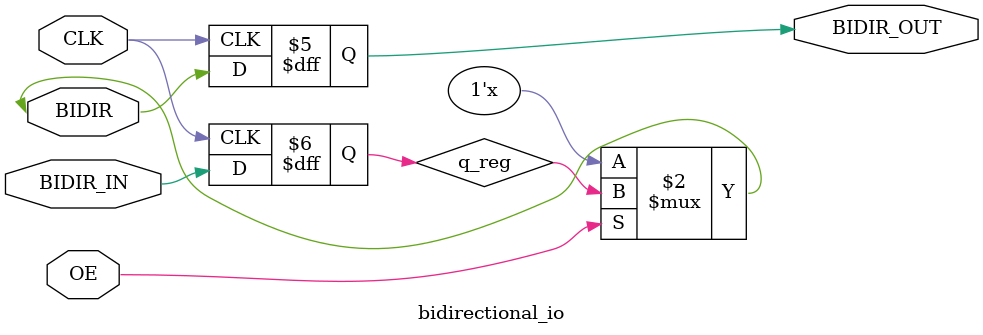
<source format=v>
 `timescale 1ns/1ps

module bidirectional_io (
  input BIDIR_IN,
  input CLK,
  input OE,
  output reg BIDIR_OUT = 1'b0,
  inout BIDIR
);

  reg q_reg = 1'b0;

  always @(posedge CLK) begin
    q_reg <= BIDIR_IN;
    BIDIR_OUT <= BIDIR;
  end
  
  assign BIDIR = OE ? q_reg : 1'bz;
	
endmodule
</source>
